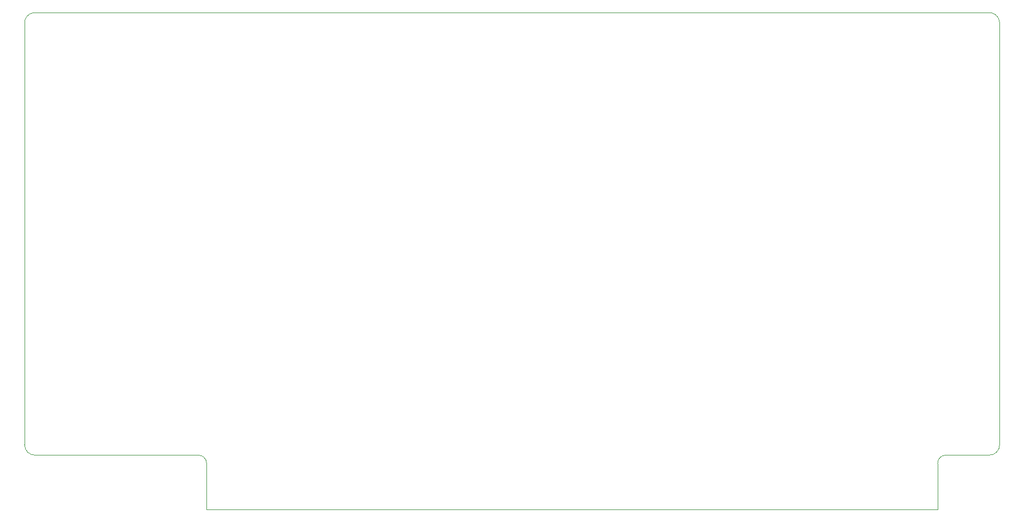
<source format=gm1>
G04 #@! TF.GenerationSoftware,KiCad,Pcbnew,(6.99.0-5233-gf2fcd4b8e1)*
G04 #@! TF.CreationDate,2023-01-05T13:17:03+01:00*
G04 #@! TF.ProjectId,208_PROGRAM_CARD_PROTO_vintage,3230385f-5052-44f4-9752-414d5f434152,1.0*
G04 #@! TF.SameCoordinates,Original*
G04 #@! TF.FileFunction,Profile,NP*
%FSLAX46Y46*%
G04 Gerber Fmt 4.6, Leading zero omitted, Abs format (unit mm)*
G04 Created by KiCad (PCBNEW (6.99.0-5233-gf2fcd4b8e1)) date 2023-01-05 13:17:03*
%MOMM*%
%LPD*%
G01*
G04 APERTURE LIST*
G04 #@! TA.AperFunction,Profile*
%ADD10C,0.050000*%
G04 #@! TD*
G04 APERTURE END LIST*
D10*
X218740000Y-71950000D02*
X218740000Y-137450000D01*
X69175000Y-70400000D02*
X217050000Y-70400000D01*
X210395000Y-139099953D02*
G75*
G03*
X209125000Y-140400000I0J-1270347D01*
G01*
X67575021Y-137500000D02*
G75*
G03*
X69250000Y-139100000I1603779J2200D01*
G01*
X95795000Y-147525000D02*
X95795000Y-140370000D01*
X209125000Y-140400000D02*
X209125000Y-147525000D01*
X217125000Y-139100000D02*
X210395000Y-139100000D01*
X95795000Y-140370000D02*
G75*
G03*
X94525000Y-139100000I-1270000J0D01*
G01*
X94525000Y-139100000D02*
X69250000Y-139100000D01*
X69175000Y-70400016D02*
G75*
G03*
X67575001Y-72075000I2100J-1603684D01*
G01*
X67575000Y-137500000D02*
X67575000Y-72075000D01*
X209125000Y-147525000D02*
X95795000Y-147525000D01*
X217125000Y-139100012D02*
G75*
G03*
X218740000Y-137450000I20800J1595012D01*
G01*
X218739972Y-71950001D02*
G75*
G03*
X217050000Y-70400000I-1616972J-66699D01*
G01*
M02*

</source>
